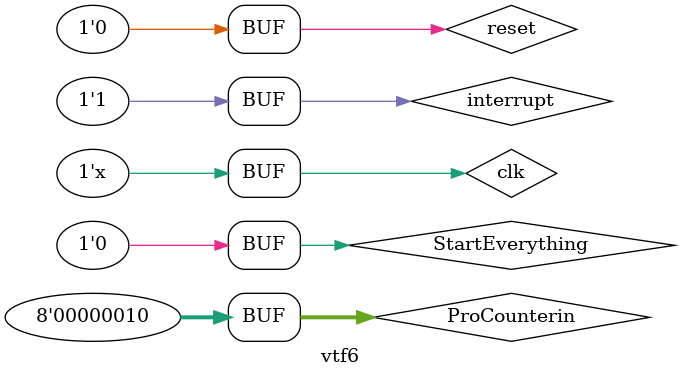
<source format=v>
`timescale 1ns / 1ps


module vtf6;

	// Inputs
	reg clk;
	reg [7:0] ProCounterin;

	// Outputs
	wire [4:0] StageRegInstr_out;
	wire [2:0] StageRegAddrMode_out;
	wire [7:0] StageRegData_out;
	reg reset;
reg interrupt;
wire FirstStageComplete;
reg StartEverything;
	// Instantiate the Unit Under Test (UUT)
	CPU1 uut (
		.clk(clk), 
		.ProCounterin(ProCounterin), 
		.StageRegInstr_out(StageRegInstr_out), 
		.StageRegAddrMode_out(StageRegAddrMode_out), 
		.StageRegData_out(StageRegData_out),
		.interrupt(interrupt),
		.FirstStageComplete(FirstStageComplete),.reset(reset),.StartEverything(StartEverything)
	);

	initial begin
		// Initialize Inputs
		StartEverything=0;
		clk = 0;
		interrupt =1;
		ProCounterin=2;

reset=0;
		// Wait 100 ns for global reset to finish
		#100;
		StartEverything=1;
		#30;
		StartEverything=0;
		// Add stimulus here
		
		#300;
		reset=1;
		#33
		reset=0;
	end
      
		always 
		begin
		#20 clk =~clk;
		end
		
endmodule


</source>
